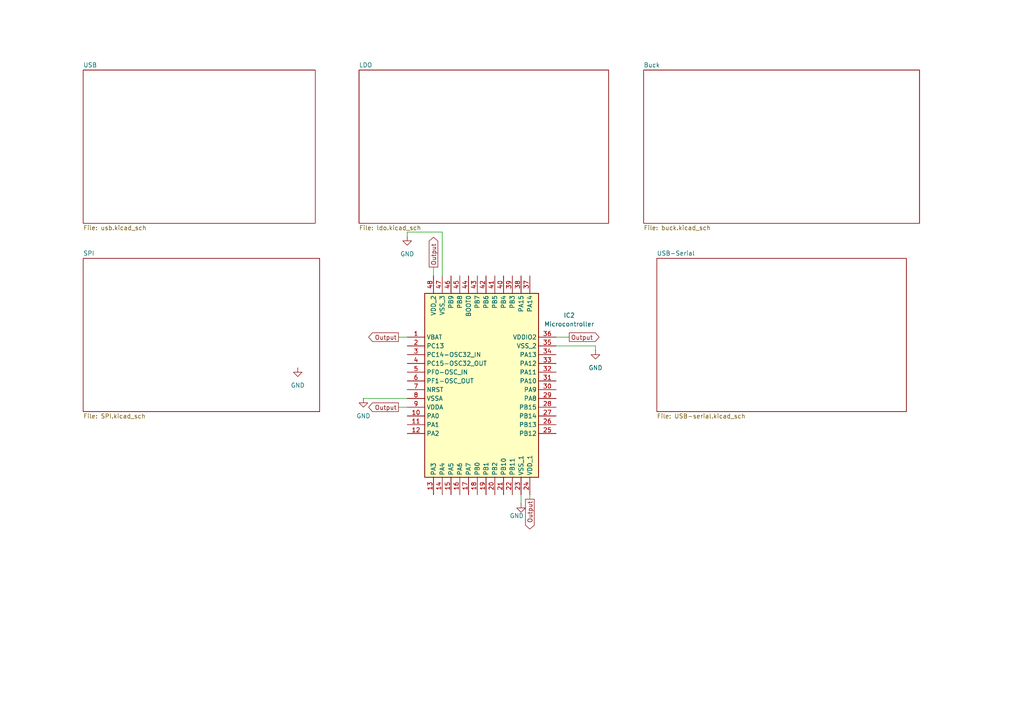
<source format=kicad_sch>
(kicad_sch (version 20231120) (generator "eeschema") (generator_version "8.0")
  (paper "A4")
  (lib_symbols
    (symbol "group127:Microcontroller"
      (property "Reference" "IC" (at 39.37 17.78 0))
      (property "Value" "Microcontroller" (at 39.37 15.24 0))
      (symbol "Microcontroller_1_1"
        (rectangle (start 5.08 12.7) (end 38.1 -40.64) (stroke (width 0.254)) (fill (type background)))
        (pin passive line (at 0 0 0) (length 5.08) (name "VBAT") (number "1"))
        (pin passive line (at 0 -22.86 0) (length 5.08) (name "PA0") (number "10"))
        (pin passive line (at 0 -25.4 0) (length 5.08) (name "PA1") (number "11"))
        (pin passive line (at 0 -27.94 0) (length 5.08) (name "PA2") (number "12"))
        (pin passive line (at 7.62 -45.72 90) (length 5.08) (name "PA3") (number "13"))
        (pin passive line (at 10.16 -45.72 90) (length 5.08) (name "PA4") (number "14"))
        (pin passive line (at 12.7 -45.72 90) (length 5.08) (name "PA5") (number "15"))
        (pin passive line (at 15.24 -45.72 90) (length 5.08) (name "PA6") (number "16"))
        (pin passive line (at 17.78 -45.72 90) (length 5.08) (name "PA7") (number "17"))
        (pin passive line (at 20.32 -45.72 90) (length 5.08) (name "PB0") (number "18"))
        (pin passive line (at 22.86 -45.72 90) (length 5.08) (name "PB1") (number "19"))
        (pin passive line (at 0 -2.54 0) (length 5.08) (name "PC13") (number "2"))
        (pin passive line (at 25.4 -45.72 90) (length 5.08) (name "PB2") (number "20"))
        (pin passive line (at 27.94 -45.72 90) (length 5.08) (name "PB10") (number "21"))
        (pin passive line (at 30.48 -45.72 90) (length 5.08) (name "PB11") (number "22"))
        (pin passive line (at 33.02 -45.72 90) (length 5.08) (name "VSS_1") (number "23"))
        (pin passive line (at 35.56 -45.72 90) (length 5.08) (name "VDD_1") (number "24"))
        (pin passive line (at 43.18 -27.94 180) (length 5.08) (name "PB12") (number "25"))
        (pin passive line (at 43.18 -25.4 180) (length 5.08) (name "PB13") (number "26"))
        (pin passive line (at 43.18 -22.86 180) (length 5.08) (name "PB14") (number "27"))
        (pin passive line (at 43.18 -20.32 180) (length 5.08) (name "PB15") (number "28"))
        (pin passive line (at 43.18 -17.78 180) (length 5.08) (name "PA8") (number "29"))
        (pin passive line (at 0 -5.08 0) (length 5.08) (name "PC14-OSC32_IN") (number "3"))
        (pin passive line (at 43.18 -15.24 180) (length 5.08) (name "PA9") (number "30"))
        (pin passive line (at 43.18 -12.7 180) (length 5.08) (name "PA10") (number "31"))
        (pin passive line (at 43.18 -10.16 180) (length 5.08) (name "PA11") (number "32"))
        (pin passive line (at 43.18 -7.62 180) (length 5.08) (name "PA12") (number "33"))
        (pin passive line (at 43.18 -5.08 180) (length 5.08) (name "PA13") (number "34"))
        (pin passive line (at 43.18 -2.54 180) (length 5.08) (name "VSS_2") (number "35"))
        (pin passive line (at 43.18 0 180) (length 5.08) (name "VDDIO2") (number "36"))
        (pin passive line (at 35.56 17.78 270) (length 5.08) (name "PA14") (number "37"))
        (pin passive line (at 33.02 17.78 270) (length 5.08) (name "PA15") (number "38"))
        (pin passive line (at 30.48 17.78 270) (length 5.08) (name "PB3") (number "39"))
        (pin passive line (at 0 -7.62 0) (length 5.08) (name "PC15-OSC32_OUT") (number "4"))
        (pin passive line (at 27.94 17.78 270) (length 5.08) (name "PB4") (number "40"))
        (pin passive line (at 25.4 17.78 270) (length 5.08) (name "PB5") (number "41"))
        (pin passive line (at 22.86 17.78 270) (length 5.08) (name "PB6") (number "42"))
        (pin passive line (at 20.32 17.78 270) (length 5.08) (name "PB7") (number "43"))
        (pin passive line (at 17.78 17.78 270) (length 5.08) (name "BOOT0") (number "44"))
        (pin passive line (at 15.24 17.78 270) (length 5.08) (name "PB8") (number "45"))
        (pin passive line (at 12.7 17.78 270) (length 5.08) (name "PB9") (number "46"))
        (pin passive line (at 10.16 17.78 270) (length 5.08) (name "VSS_3") (number "47"))
        (pin passive line (at 7.62 17.78 270) (length 5.08) (name "VDD_2") (number "48"))
        (pin passive line (at 0 -10.16 0) (length 5.08) (name "PF0-OSC_IN") (number "5"))
        (pin passive line (at 0 -12.7 0) (length 5.08) (name "PF1-OSC_OUT") (number "6"))
        (pin passive line (at 0 -15.24 0) (length 5.08) (name "NRST") (number "7"))
        (pin passive line (at 0 -17.78 0) (length 5.08) (name "VSSA") (number "8"))
        (pin passive line (at 0 -20.32 0) (length 5.08) (name "VDDA") (number "9"))
      )
    )
    (symbol "power:GND" (power) (pin_numbers hide) (pin_names (offset 0) hide)
      (property "Value" "GND" (at 0 -3.81 0))
      (symbol "GND_0_1"
        (polyline (pts (xy 0 0) (xy 0 -1.27) (xy 1.27 -1.27) (xy 0 -2.54) (xy -1.27 -1.27) (xy 0 -1.27)))
      )
      (symbol "GND_1_1"
        (pin power_in line (at 0 0 270) (length 0) (name "~") (number "1"))
      )
    )
  )
  (wire (pts (xy 118.11 115.57) (xy 105.41 115.57)))
  (wire (pts (xy 125.73 77.47) (xy 125.73 80.01)))
  (wire (pts (xy 161.29 97.79) (xy 165.1 97.79)))
  (wire (pts (xy 128.27 80.01) (xy 128.27 67.31)))
  (wire (pts (xy 115.57 97.79) (xy 118.11 97.79)))
  (wire (pts (xy 128.27 67.31) (xy 118.11 67.31)))
  (wire (pts (xy 153.67 143.51) (xy 153.67 144.78)))
  (wire (pts (xy 118.11 67.31) (xy 118.11 68.58)))
  (wire (pts (xy 115.57 118.11) (xy 118.11 118.11)))
  (wire (pts (xy 172.72 100.33) (xy 161.29 100.33)))
  (wire (pts (xy 151.13 143.51) (xy 151.13 146.05)))
  (wire (pts (xy 172.72 101.6) (xy 172.72 100.33)))
  (global_label "Output" (shape output) (at 125.73 77.47 90) (property "Intersheetrefs" "${INTERSHEET_REFS}" (effects (hide yes))))
  (global_label "Output" (shape output) (at 165.1 97.79 0) (property "Intersheetrefs" "${INTERSHEET_REFS}" (effects (hide yes))))
  (global_label "Output" (shape output) (at 115.57 118.11 180) (property "Intersheetrefs" "${INTERSHEET_REFS}" (effects (hide yes))))
  (global_label "Output" (shape output) (at 115.57 97.79 180) (property "Intersheetrefs" "${INTERSHEET_REFS}" (effects (hide yes))))
  (global_label "Output" (shape output) (at 153.67 144.78 270) (property "Intersheetrefs" "${INTERSHEET_REFS}" (effects (hide yes))))
  (symbol (lib_id "power:GND") (at 105.41 115.57 0) (unit 1)
    (property "Reference" "#PWR03" (effects (hide yes)))
    (property "Value" "GND" (at 105.41 120.65 0))
    (property "Description" "Power symbol creates a global label with name \"GND\" , ground" (effects (hide yes)))
  )
  (symbol (lib_id "power:GND") (at 86.36 106.68 0) (unit 1)
    (property "Reference" "#PWR01" (effects (hide yes)))
    (property "Value" "GND" (at 86.36 111.76 0))
    (property "Description" "Power symbol creates a global label with name \"GND\" , ground" (effects (hide yes)))
  )
  (symbol (lib_id "group127:Microcontroller") (at 118.11 97.79 0) (unit 1)
    (property "Reference" "IC2" (at 165.1 91.4714 0))
    (property "Value" "Microcontroller" (at 165.1 94.0114 0))
    (property "Footprint" "QFP50P900X900X160-48N" (effects (hide yes)))
    (property "Description" "STMICROELECTRONICS - STM32F072CBT6 - MCU, 32BIT, CORTEX-M0, 48MHZ, LQFP-48" (effects (hide yes)))
    (property "Height" "1.6" (effects (hide yes)))
    (property "Mouser Part Number" "511-STM32F072CBT6" (effects (hide yes)))
    (property "Mouser Price/Stock" "https://www.mouser.co.uk/ProductDetail/STMicroelectronics/STM32F072CBT6?qs=xf9JV0PLFEfBqXx8wKtR8A%3D%3D" (effects (hide yes)))
    (property "Manufacturer_Name" "STMicroelectronics" (effects (hide yes)))
    (property "Manufacturer_Part_Number" "STM32F072CBT6" (effects (hide yes)))
  )
  (symbol (lib_id "power:GND") (at 172.72 101.6 0) (unit 1)
    (property "Reference" "#PWR04" (effects (hide yes)))
    (property "Value" "GND" (at 172.72 106.68 0))
    (property "Description" "Power symbol creates a global label with name \"GND\" , ground" (effects (hide yes)))
  )
  (symbol (lib_id "power:GND") (at 118.11 68.58 0) (unit 1)
    (property "Reference" "#PWR015" (effects (hide yes)))
    (property "Value" "GND" (at 118.11 73.66 0))
    (property "Description" "Power symbol creates a global label with name \"GND\" , ground" (effects (hide yes)))
  )
  (symbol (lib_id "power:GND") (at 151.13 146.05 0) (unit 1)
    (property "Reference" "#PWR02" (effects (hide yes)))
    (property "Value" "GND" (at 149.86 149.606 0))
    (property "Description" "Power symbol creates a global label with name \"GND\" , ground" (effects (hide yes)))
  )
  (sheet (at 104.14 20.32) (size 72.39 44.45) (stroke (width 0.1524))
    (property "Sheetname" "LDO" (at 104.14 19.6084 0) (effects (justify left bottom)))
    (property "Sheetfile" "ldo.kicad_sch" (at 104.14 65.3546 0) (effects (justify left top)))
  )
  (sheet (at 24.13 20.32) (size 67.31 44.45) (stroke (width 0.1524))
    (property "Sheetname" "USB" (at 24.13 19.6084 0) (effects (justify left bottom)))
    (property "Sheetfile" "usb.kicad_sch" (at 24.13 65.3546 0) (effects (justify left top)))
  )
  (sheet (at 190.5 74.93) (size 72.39 44.45) (stroke (width 0.1524))
    (property "Sheetname" "USB-Serial" (at 190.5 74.2184 0) (effects (justify left bottom)))
    (property "Sheetfile" "USB-serial.kicad_sch" (at 190.5 119.9646 0) (effects (justify left top)))
  )
  (sheet (at 24.13 74.93) (size 68.58 44.45) (stroke (width 0.1524))
    (property "Sheetname" "SPI" (at 24.13 74.2184 0) (effects (justify left bottom)))
    (property "Sheetfile" "SPI.kicad_sch" (at 24.13 119.9646 0) (effects (justify left top)))
  )
  (sheet (at 186.69 20.32) (size 80.01 44.45) (stroke (width 0.1524))
    (property "Sheetname" "Buck" (at 186.69 19.6084 0) (effects (justify left bottom)))
    (property "Sheetfile" "buck.kicad_sch" (at 186.69 65.3546 0) (effects (justify left top)))
  )
)
</source>
